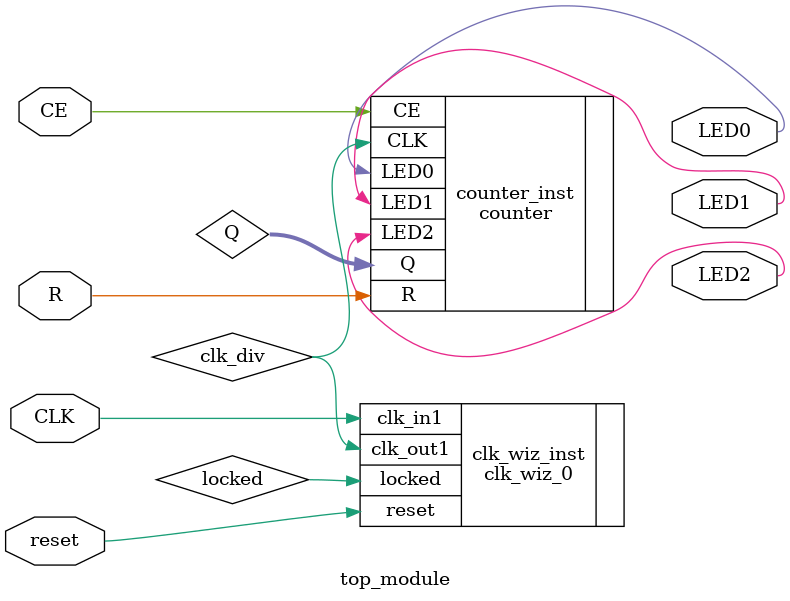
<source format=v>
module top_module(
  input CLK,
  input R,
  input CE,
  input reset,
  output LED0, 
  output LED1, 
  output LED2
);

wire clk_div;
wire locked;
wire [31:0] Q;

// Clocking Wizard instance
clk_wiz_0 clk_wiz_inst (
  .clk_out1(clk_div),
  .reset(reset),
  .locked(locked),
  .clk_in1(CLK) // 修正
);

// Counter instance 
counter counter_inst (
  .CLK(clk_div),
  .R(R),
  .CE(CE),
  .Q(Q),
  .LED0(LED0),
  .LED1(LED1),
  .LED2(LED2)
);

endmodule

</source>
